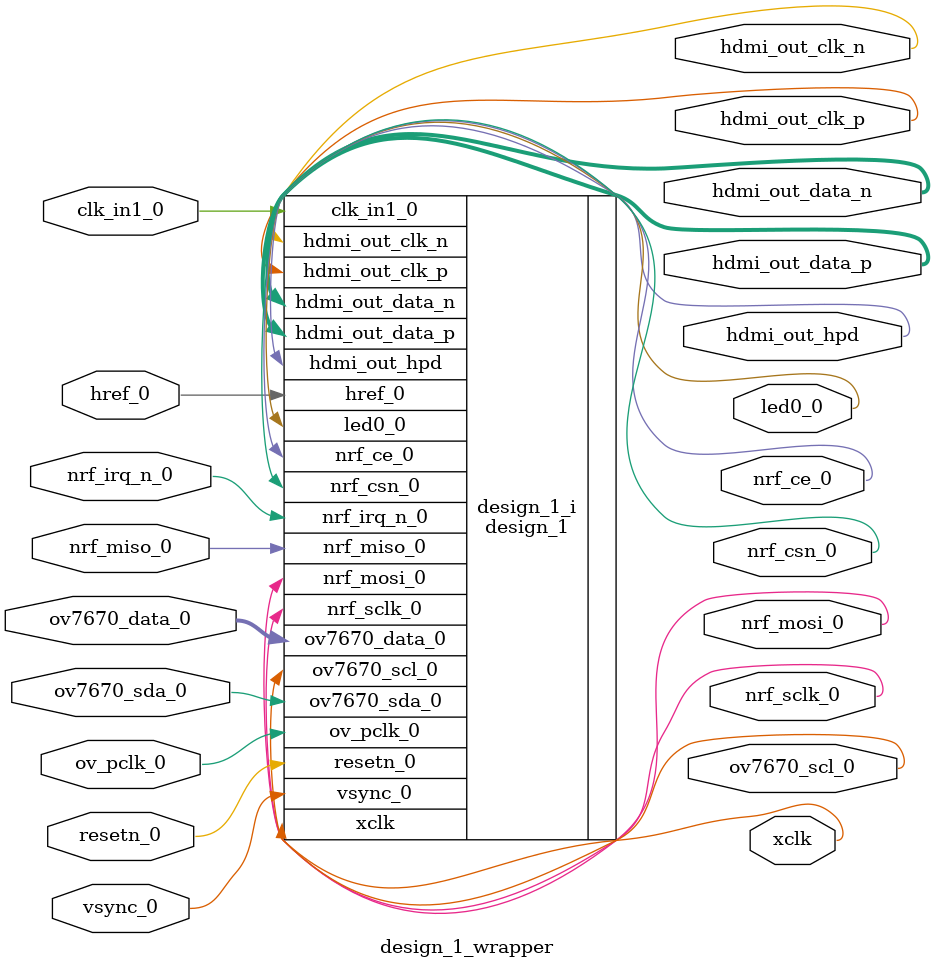
<source format=v>
`timescale 1 ps / 1 ps

module design_1_wrapper
   (clk_in1_0,
    hdmi_out_clk_n,
    hdmi_out_clk_p,
    hdmi_out_data_n,
    hdmi_out_data_p,
    hdmi_out_hpd,
    href_0,
    led0_0,  
    nrf_ce_0,
    nrf_csn_0,
    nrf_irq_n_0,
    nrf_miso_0,
    nrf_mosi_0,
    nrf_sclk_0,
    ov7670_data_0,
    ov7670_scl_0,
    ov7670_sda_0,
    ov_pclk_0,
    resetn_0,
    vsync_0,
    xclk);
  input clk_in1_0;
  output hdmi_out_clk_n;
  output hdmi_out_clk_p;
  output [2:0]hdmi_out_data_n;
  output [2:0]hdmi_out_data_p;
  output [0:0]hdmi_out_hpd;
  input href_0;
  output led0_0;
  output nrf_ce_0;
  output nrf_csn_0;
  input nrf_irq_n_0;
  input nrf_miso_0;
  output nrf_mosi_0;
  output nrf_sclk_0;
  input [7:0]ov7670_data_0;
  output ov7670_scl_0;
  inout ov7670_sda_0;
  input ov_pclk_0;
  input resetn_0;
  input vsync_0;
  output [0:0]xclk;

  wire clk_in1_0;
  wire hdmi_out_clk_n;
  wire hdmi_out_clk_p;
  wire [2:0]hdmi_out_data_n;
  wire [2:0]hdmi_out_data_p;
  wire [0:0]hdmi_out_hpd;
  wire href_0;
  wire led0_0;
  wire nrf_ce_0;
  wire nrf_csn_0;
  wire nrf_irq_n_0;
  wire nrf_miso_0;
  wire nrf_mosi_0;
  wire nrf_sclk_0;
  wire [7:0]ov7670_data_0;
  wire ov7670_scl_0;
  wire ov7670_sda_0;
  wire ov_pclk_0;
  wire resetn_0;
  wire vsync_0;
  wire [0:0]xclk;

  design_1 design_1_i
       (.clk_in1_0(clk_in1_0),
        .hdmi_out_clk_n(hdmi_out_clk_n),
        .hdmi_out_clk_p(hdmi_out_clk_p),
        .hdmi_out_data_n(hdmi_out_data_n),
        .hdmi_out_data_p(hdmi_out_data_p),
        .hdmi_out_hpd(hdmi_out_hpd),
        .href_0(href_0),
        .led0_0(led0_0),
        .nrf_ce_0(nrf_ce_0),
        .nrf_csn_0(nrf_csn_0),
        .nrf_irq_n_0(nrf_irq_n_0),
        .nrf_miso_0(nrf_miso_0),
        .nrf_mosi_0(nrf_mosi_0),
        .nrf_sclk_0(nrf_sclk_0),
        .ov7670_data_0(ov7670_data_0),
        .ov7670_scl_0(ov7670_scl_0),
        .ov7670_sda_0(ov7670_sda_0),
        .ov_pclk_0(ov_pclk_0),
        .resetn_0(resetn_0),
        .vsync_0(vsync_0),
        .xclk(xclk));
endmodule

</source>
